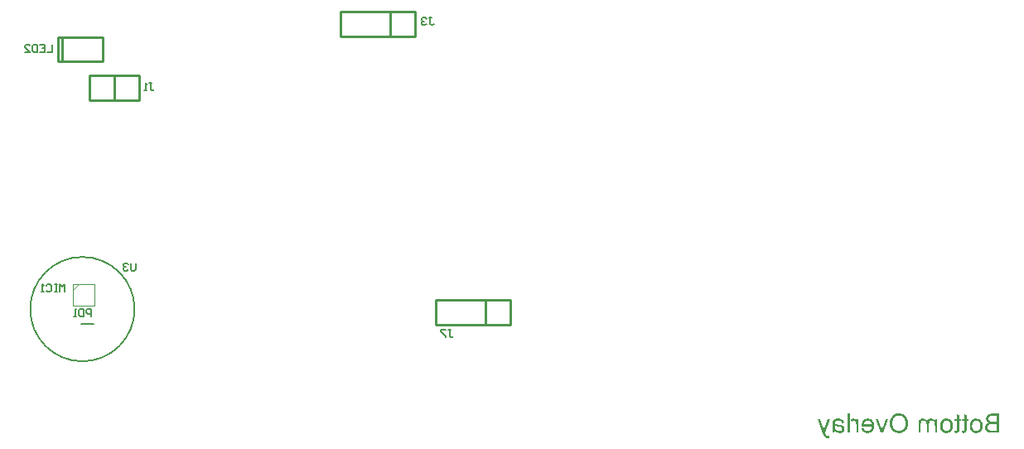
<source format=gbo>
%FSLAX25Y25*%
%MOIN*%
G70*
G01*
G75*
G04 Layer_Color=32896*
%ADD10R,0.02362X0.03543*%
%ADD11R,0.03543X0.02362*%
%ADD12R,0.03937X0.04331*%
%ADD13R,0.06299X0.13780*%
%ADD14R,0.05000X0.03600*%
%ADD15R,0.03600X0.03600*%
%ADD16R,0.06693X0.01750*%
%ADD17R,0.08661X0.05118*%
%ADD18R,0.06299X0.07874*%
%ADD19O,0.04921X0.01772*%
%ADD20R,0.06102X0.01378*%
%ADD21C,0.01000*%
%ADD22C,0.00800*%
%ADD23C,0.02500*%
%ADD24C,0.02000*%
%ADD25C,0.08000*%
%ADD26C,0.07000*%
%ADD27C,0.10000*%
%ADD28R,0.07000X0.07000*%
%ADD29C,0.04724*%
%ADD30C,0.05906*%
%ADD31R,0.07000X0.07000*%
%ADD32C,0.08661*%
%ADD33C,0.07874*%
G04:AMPARAMS|DCode=34|XSize=118.11mil|YSize=39.37mil|CornerRadius=19.69mil|HoleSize=0mil|Usage=FLASHONLY|Rotation=0.000|XOffset=0mil|YOffset=0mil|HoleType=Round|Shape=RoundedRectangle|*
%AMROUNDEDRECTD34*
21,1,0.11811,0.00000,0,0,0.0*
21,1,0.07874,0.03937,0,0,0.0*
1,1,0.03937,0.03937,0.00000*
1,1,0.03937,-0.03937,0.00000*
1,1,0.03937,-0.03937,0.00000*
1,1,0.03937,0.03937,0.00000*
%
%ADD34ROUNDEDRECTD34*%
%ADD35O,0.15748X0.03937*%
G04:AMPARAMS|DCode=36|XSize=118.11mil|YSize=39.37mil|CornerRadius=19.69mil|HoleSize=0mil|Usage=FLASHONLY|Rotation=90.000|XOffset=0mil|YOffset=0mil|HoleType=Round|Shape=RoundedRectangle|*
%AMROUNDEDRECTD36*
21,1,0.11811,0.00000,0,0,90.0*
21,1,0.07874,0.03937,0,0,90.0*
1,1,0.03937,0.00000,0.03937*
1,1,0.03937,0.00000,-0.03937*
1,1,0.03937,0.00000,-0.03937*
1,1,0.03937,0.00000,0.03937*
%
%ADD36ROUNDEDRECTD36*%
%ADD37C,0.05512*%
%ADD38C,0.17716*%
%ADD39C,0.07874*%
%ADD40C,0.03937*%
%ADD41C,0.03150*%
%ADD42R,0.05118X0.05906*%
%ADD43R,0.05315X0.02953*%
%ADD44C,0.01200*%
%ADD45C,0.00787*%
%ADD46C,0.01500*%
%ADD47C,0.00394*%
%ADD48C,0.00700*%
%ADD49C,0.00591*%
%ADD50R,0.03162X0.04343*%
%ADD51R,0.04343X0.03162*%
%ADD52R,0.04737X0.05131*%
%ADD53R,0.07099X0.14579*%
%ADD54R,0.05800X0.04400*%
%ADD55R,0.04400X0.04400*%
%ADD56R,0.07493X0.02550*%
%ADD57R,0.09461X0.05918*%
%ADD58R,0.07099X0.08674*%
%ADD59O,0.05721X0.02572*%
%ADD60R,0.06902X0.02178*%
%ADD61C,0.08800*%
%ADD62C,0.07800*%
%ADD63C,0.10800*%
%ADD64R,0.07800X0.07800*%
%ADD65C,0.05524*%
%ADD66C,0.06706*%
%ADD67R,0.07800X0.07800*%
%ADD68C,0.09461*%
%ADD69C,0.08674*%
G04:AMPARAMS|DCode=70|XSize=126.11mil|YSize=47.37mil|CornerRadius=23.69mil|HoleSize=0mil|Usage=FLASHONLY|Rotation=0.000|XOffset=0mil|YOffset=0mil|HoleType=Round|Shape=RoundedRectangle|*
%AMROUNDEDRECTD70*
21,1,0.12611,0.00000,0,0,0.0*
21,1,0.07874,0.04737,0,0,0.0*
1,1,0.04737,0.03937,0.00000*
1,1,0.04737,-0.03937,0.00000*
1,1,0.04737,-0.03937,0.00000*
1,1,0.04737,0.03937,0.00000*
%
%ADD70ROUNDEDRECTD70*%
%ADD71O,0.16548X0.04737*%
G04:AMPARAMS|DCode=72|XSize=126.11mil|YSize=47.37mil|CornerRadius=23.69mil|HoleSize=0mil|Usage=FLASHONLY|Rotation=90.000|XOffset=0mil|YOffset=0mil|HoleType=Round|Shape=RoundedRectangle|*
%AMROUNDEDRECTD72*
21,1,0.12611,0.00000,0,0,90.0*
21,1,0.07874,0.04737,0,0,90.0*
1,1,0.04737,0.00000,0.03937*
1,1,0.04737,0.00000,-0.03937*
1,1,0.04737,0.00000,-0.03937*
1,1,0.04737,0.00000,0.03937*
%
%ADD72ROUNDEDRECTD72*%
%ADD73C,0.06312*%
%ADD74C,0.18517*%
%ADD75C,0.13874*%
%ADD76C,0.04737*%
%ADD77R,0.05918X0.06706*%
%ADD78R,0.06115X0.03753*%
%ADD79C,0.00965*%
G36*
X365744Y-12223D02*
X364800D01*
Y-4535D01*
X365744D01*
Y-12223D01*
D02*
G37*
G36*
X409762Y-5268D02*
Y-6646D01*
X410462D01*
Y-7379D01*
X409762D01*
Y-10601D01*
Y-10756D01*
Y-10890D01*
X409751Y-11012D01*
X409740Y-11134D01*
Y-11234D01*
X409729Y-11323D01*
X409707Y-11467D01*
X409684Y-11579D01*
X409673Y-11656D01*
X409651Y-11701D01*
Y-11712D01*
X409607Y-11812D01*
X409540Y-11890D01*
X409473Y-11967D01*
X409418Y-12023D01*
X409351Y-12078D01*
X409307Y-12112D01*
X409273Y-12134D01*
X409262Y-12145D01*
X409140Y-12201D01*
X409018Y-12234D01*
X408884Y-12267D01*
X408751Y-12278D01*
X408640Y-12290D01*
X408551Y-12301D01*
X408462D01*
X408218Y-12290D01*
X408096Y-12278D01*
X407985Y-12256D01*
X407885Y-12245D01*
X407807Y-12234D01*
X407762Y-12223D01*
X407740D01*
X407862Y-11390D01*
X407951Y-11401D01*
X408040Y-11412D01*
X408118D01*
X408173Y-11423D01*
X408285D01*
X408429Y-11412D01*
X408529Y-11390D01*
X408584Y-11367D01*
X408607Y-11356D01*
X408684Y-11301D01*
X408729Y-11245D01*
X408762Y-11201D01*
X408773Y-11179D01*
X408784Y-11123D01*
X408796Y-11045D01*
X408807Y-10867D01*
X408818Y-10790D01*
Y-10723D01*
Y-10678D01*
Y-10656D01*
Y-7379D01*
X407862D01*
Y-6646D01*
X408818D01*
Y-4701D01*
X409762Y-5268D01*
D02*
G37*
G36*
X412751D02*
Y-6646D01*
X413451D01*
Y-7379D01*
X412751D01*
Y-10601D01*
Y-10756D01*
Y-10890D01*
X412740Y-11012D01*
X412729Y-11134D01*
Y-11234D01*
X412717Y-11323D01*
X412695Y-11467D01*
X412673Y-11579D01*
X412662Y-11656D01*
X412640Y-11701D01*
Y-11712D01*
X412595Y-11812D01*
X412529Y-11890D01*
X412462Y-11967D01*
X412406Y-12023D01*
X412340Y-12078D01*
X412295Y-12112D01*
X412262Y-12134D01*
X412251Y-12145D01*
X412129Y-12201D01*
X412006Y-12234D01*
X411873Y-12267D01*
X411740Y-12278D01*
X411629Y-12290D01*
X411540Y-12301D01*
X411451D01*
X411206Y-12290D01*
X411084Y-12278D01*
X410973Y-12256D01*
X410873Y-12245D01*
X410795Y-12234D01*
X410751Y-12223D01*
X410729D01*
X410851Y-11390D01*
X410940Y-11401D01*
X411029Y-11412D01*
X411106D01*
X411162Y-11423D01*
X411273D01*
X411418Y-11412D01*
X411518Y-11390D01*
X411573Y-11367D01*
X411595Y-11356D01*
X411673Y-11301D01*
X411718Y-11245D01*
X411751Y-11201D01*
X411762Y-11179D01*
X411773Y-11123D01*
X411784Y-11045D01*
X411795Y-10867D01*
X411806Y-10790D01*
Y-10723D01*
Y-10678D01*
Y-10656D01*
Y-7379D01*
X410851D01*
Y-6646D01*
X411806D01*
Y-4701D01*
X412751Y-5268D01*
D02*
G37*
G36*
X373210Y-6534D02*
X373410Y-6557D01*
X373599Y-6590D01*
X373777Y-6646D01*
X373943Y-6701D01*
X374099Y-6768D01*
X374243Y-6835D01*
X374366Y-6912D01*
X374488Y-6979D01*
X374588Y-7057D01*
X374677Y-7123D01*
X374743Y-7179D01*
X374799Y-7234D01*
X374843Y-7268D01*
X374866Y-7290D01*
X374877Y-7301D01*
X374999Y-7457D01*
X375110Y-7623D01*
X375210Y-7790D01*
X375299Y-7968D01*
X375366Y-8157D01*
X375421Y-8334D01*
X375510Y-8690D01*
X375543Y-8845D01*
X375566Y-9001D01*
X375577Y-9134D01*
X375588Y-9257D01*
X375599Y-9357D01*
Y-9423D01*
Y-9479D01*
Y-9490D01*
X375588Y-9734D01*
X375566Y-9967D01*
X375532Y-10190D01*
X375488Y-10390D01*
X375432Y-10579D01*
X375377Y-10756D01*
X375310Y-10912D01*
X375243Y-11056D01*
X375177Y-11179D01*
X375110Y-11290D01*
X375055Y-11378D01*
X374999Y-11456D01*
X374955Y-11523D01*
X374921Y-11567D01*
X374899Y-11590D01*
X374888Y-11601D01*
X374743Y-11734D01*
X374599Y-11845D01*
X374444Y-11945D01*
X374277Y-12034D01*
X374121Y-12101D01*
X373955Y-12167D01*
X373644Y-12256D01*
X373499Y-12278D01*
X373366Y-12301D01*
X373244Y-12323D01*
X373144Y-12334D01*
X373066Y-12345D01*
X372944D01*
X372599Y-12323D01*
X372288Y-12267D01*
X372010Y-12201D01*
X371899Y-12156D01*
X371788Y-12112D01*
X371688Y-12067D01*
X371599Y-12023D01*
X371533Y-11989D01*
X371466Y-11956D01*
X371422Y-11923D01*
X371388Y-11901D01*
X371366Y-11878D01*
X371355D01*
X371133Y-11678D01*
X370955Y-11467D01*
X370799Y-11245D01*
X370688Y-11034D01*
X370599Y-10845D01*
X370566Y-10756D01*
X370533Y-10690D01*
X370511Y-10623D01*
X370499Y-10579D01*
X370488Y-10556D01*
Y-10545D01*
X371466Y-10423D01*
X371555Y-10634D01*
X371655Y-10812D01*
X371755Y-10967D01*
X371844Y-11090D01*
X371921Y-11179D01*
X371988Y-11245D01*
X372044Y-11290D01*
X372055Y-11301D01*
X372199Y-11390D01*
X372344Y-11456D01*
X372499Y-11501D01*
X372633Y-11534D01*
X372755Y-11556D01*
X372855Y-11567D01*
X372944D01*
X373077Y-11556D01*
X373199Y-11545D01*
X373421Y-11490D01*
X373621Y-11412D01*
X373799Y-11323D01*
X373932Y-11245D01*
X374032Y-11167D01*
X374099Y-11112D01*
X374110Y-11090D01*
X374121D01*
X374277Y-10890D01*
X374399Y-10667D01*
X374488Y-10423D01*
X374555Y-10201D01*
X374588Y-10001D01*
X374610Y-9912D01*
X374621Y-9834D01*
Y-9768D01*
X374632Y-9723D01*
Y-9690D01*
Y-9679D01*
X370466D01*
X370455Y-9567D01*
Y-9490D01*
Y-9445D01*
Y-9434D01*
X370466Y-9179D01*
X370488Y-8945D01*
X370522Y-8723D01*
X370566Y-8512D01*
X370622Y-8323D01*
X370677Y-8145D01*
X370744Y-7990D01*
X370811Y-7846D01*
X370877Y-7712D01*
X370944Y-7601D01*
X370999Y-7512D01*
X371055Y-7434D01*
X371099Y-7368D01*
X371133Y-7323D01*
X371155Y-7301D01*
X371166Y-7290D01*
X371299Y-7157D01*
X371444Y-7034D01*
X371599Y-6934D01*
X371755Y-6846D01*
X371910Y-6768D01*
X372055Y-6712D01*
X372210Y-6657D01*
X372344Y-6623D01*
X372488Y-6590D01*
X372610Y-6568D01*
X372721Y-6546D01*
X372810Y-6534D01*
X372888Y-6523D01*
X372999D01*
X373210Y-6534D01*
D02*
G37*
G36*
X425972Y-12223D02*
X423039D01*
X422772Y-12212D01*
X422539Y-12201D01*
X422328Y-12178D01*
X422150Y-12156D01*
X422005Y-12134D01*
X421894Y-12123D01*
X421828Y-12101D01*
X421805D01*
X421617Y-12045D01*
X421461Y-11989D01*
X421317Y-11923D01*
X421194Y-11856D01*
X421094Y-11812D01*
X421017Y-11767D01*
X420972Y-11734D01*
X420961Y-11723D01*
X420839Y-11623D01*
X420728Y-11501D01*
X420639Y-11378D01*
X420550Y-11267D01*
X420483Y-11156D01*
X420439Y-11079D01*
X420406Y-11023D01*
X420394Y-11001D01*
X420317Y-10823D01*
X420261Y-10645D01*
X420217Y-10479D01*
X420194Y-10323D01*
X420172Y-10190D01*
X420161Y-10079D01*
Y-10012D01*
Y-10001D01*
Y-9990D01*
X420172Y-9745D01*
X420217Y-9523D01*
X420283Y-9334D01*
X420350Y-9156D01*
X420417Y-9023D01*
X420483Y-8923D01*
X420528Y-8856D01*
X420539Y-8834D01*
X420694Y-8657D01*
X420861Y-8512D01*
X421050Y-8390D01*
X421217Y-8290D01*
X421372Y-8212D01*
X421505Y-8168D01*
X421550Y-8145D01*
X421583Y-8134D01*
X421605Y-8123D01*
X421617D01*
X421428Y-8012D01*
X421261Y-7901D01*
X421128Y-7779D01*
X421017Y-7668D01*
X420928Y-7579D01*
X420861Y-7490D01*
X420828Y-7446D01*
X420817Y-7423D01*
X420728Y-7257D01*
X420661Y-7101D01*
X420606Y-6946D01*
X420572Y-6801D01*
X420550Y-6679D01*
X420539Y-6579D01*
Y-6523D01*
Y-6501D01*
X420550Y-6312D01*
X420583Y-6123D01*
X420639Y-5957D01*
X420694Y-5801D01*
X420750Y-5668D01*
X420806Y-5579D01*
X420839Y-5512D01*
X420850Y-5490D01*
X420972Y-5324D01*
X421105Y-5168D01*
X421250Y-5046D01*
X421383Y-4946D01*
X421494Y-4868D01*
X421594Y-4812D01*
X421661Y-4779D01*
X421672Y-4768D01*
X421683D01*
X421894Y-4690D01*
X422128Y-4635D01*
X422361Y-4590D01*
X422583Y-4568D01*
X422783Y-4546D01*
X422872D01*
X422950Y-4535D01*
X425972D01*
Y-12223D01*
D02*
G37*
G36*
X367377Y-6534D02*
X367489Y-6557D01*
X367600Y-6590D01*
X367689Y-6623D01*
X367755Y-6657D01*
X367822Y-6690D01*
X367855Y-6712D01*
X367866Y-6723D01*
X367966Y-6812D01*
X368066Y-6923D01*
X368166Y-7057D01*
X368255Y-7179D01*
X368344Y-7301D01*
X368400Y-7401D01*
X368444Y-7479D01*
X368455Y-7490D01*
Y-6646D01*
X369311D01*
Y-12223D01*
X368366D01*
Y-9312D01*
X368355Y-9090D01*
X368344Y-8890D01*
X368322Y-8701D01*
X368288Y-8534D01*
X368255Y-8401D01*
X368233Y-8301D01*
X368222Y-8234D01*
X368211Y-8212D01*
X368166Y-8090D01*
X368111Y-7990D01*
X368055Y-7901D01*
X368000Y-7823D01*
X367944Y-7768D01*
X367911Y-7723D01*
X367878Y-7701D01*
X367866Y-7690D01*
X367777Y-7623D01*
X367677Y-7579D01*
X367578Y-7546D01*
X367500Y-7523D01*
X367422Y-7512D01*
X367366Y-7501D01*
X367311D01*
X367189Y-7512D01*
X367066Y-7534D01*
X366944Y-7568D01*
X366844Y-7601D01*
X366755Y-7634D01*
X366689Y-7668D01*
X366644Y-7690D01*
X366633Y-7701D01*
X366289Y-6835D01*
X366478Y-6735D01*
X366655Y-6657D01*
X366811Y-6601D01*
X366955Y-6557D01*
X367078Y-6534D01*
X367178Y-6523D01*
X367255D01*
X367377Y-6534D01*
D02*
G37*
G36*
X416817D02*
X416995Y-6546D01*
X417339Y-6623D01*
X417639Y-6723D01*
X417772Y-6779D01*
X417895Y-6835D01*
X418006Y-6890D01*
X418095Y-6946D01*
X418184Y-7001D01*
X418250Y-7046D01*
X418306Y-7090D01*
X418350Y-7123D01*
X418372Y-7135D01*
X418384Y-7146D01*
X418539Y-7290D01*
X418661Y-7457D01*
X418784Y-7634D01*
X418872Y-7812D01*
X418961Y-8001D01*
X419028Y-8201D01*
X419083Y-8390D01*
X419128Y-8568D01*
X419172Y-8745D01*
X419195Y-8901D01*
X419217Y-9057D01*
X419228Y-9179D01*
Y-9290D01*
X419239Y-9368D01*
Y-9412D01*
Y-9434D01*
X419228Y-9690D01*
X419206Y-9934D01*
X419172Y-10156D01*
X419128Y-10368D01*
X419072Y-10556D01*
X419017Y-10734D01*
X418950Y-10901D01*
X418884Y-11045D01*
X418817Y-11179D01*
X418750Y-11290D01*
X418695Y-11378D01*
X418639Y-11456D01*
X418595Y-11523D01*
X418561Y-11567D01*
X418539Y-11590D01*
X418528Y-11601D01*
X418384Y-11734D01*
X418239Y-11845D01*
X418084Y-11945D01*
X417928Y-12034D01*
X417772Y-12101D01*
X417606Y-12167D01*
X417306Y-12256D01*
X417172Y-12278D01*
X417039Y-12301D01*
X416928Y-12323D01*
X416828Y-12334D01*
X416739Y-12345D01*
X416628D01*
X416362Y-12334D01*
X416117Y-12290D01*
X415884Y-12234D01*
X415695Y-12178D01*
X415528Y-12112D01*
X415462Y-12089D01*
X415406Y-12067D01*
X415350Y-12045D01*
X415317Y-12023D01*
X415306Y-12012D01*
X415295D01*
X415073Y-11867D01*
X414884Y-11712D01*
X414717Y-11556D01*
X414584Y-11401D01*
X414484Y-11267D01*
X414406Y-11156D01*
X414384Y-11112D01*
X414362Y-11079D01*
X414351Y-11067D01*
Y-11056D01*
X414240Y-10801D01*
X414162Y-10523D01*
X414095Y-10245D01*
X414062Y-9967D01*
X414040Y-9845D01*
Y-9734D01*
X414028Y-9623D01*
X414017Y-9534D01*
Y-9456D01*
Y-9401D01*
Y-9368D01*
Y-9357D01*
X414028Y-9112D01*
X414051Y-8890D01*
X414084Y-8679D01*
X414128Y-8479D01*
X414184Y-8290D01*
X414251Y-8123D01*
X414317Y-7957D01*
X414384Y-7823D01*
X414451Y-7701D01*
X414517Y-7590D01*
X414584Y-7490D01*
X414640Y-7412D01*
X414684Y-7357D01*
X414717Y-7312D01*
X414740Y-7290D01*
X414751Y-7279D01*
X414895Y-7146D01*
X415039Y-7034D01*
X415195Y-6923D01*
X415350Y-6846D01*
X415506Y-6768D01*
X415662Y-6712D01*
X415962Y-6612D01*
X416106Y-6590D01*
X416228Y-6568D01*
X416339Y-6546D01*
X416439Y-6534D01*
X416517Y-6523D01*
X416628D01*
X416817Y-6534D01*
D02*
G37*
G36*
X361245D02*
X361478Y-6557D01*
X361700Y-6590D01*
X361878Y-6623D01*
X362034Y-6657D01*
X362145Y-6690D01*
X362189Y-6701D01*
X362223Y-6712D01*
X362234Y-6723D01*
X362245D01*
X362434Y-6801D01*
X362600Y-6901D01*
X362745Y-6990D01*
X362867Y-7079D01*
X362956Y-7168D01*
X363022Y-7234D01*
X363067Y-7279D01*
X363078Y-7290D01*
X363178Y-7434D01*
X363267Y-7590D01*
X363334Y-7745D01*
X363389Y-7890D01*
X363434Y-8034D01*
X363467Y-8134D01*
X363478Y-8179D01*
Y-8212D01*
X363489Y-8223D01*
Y-8234D01*
X362567Y-8357D01*
X362500Y-8157D01*
X362434Y-7979D01*
X362356Y-7834D01*
X362289Y-7723D01*
X362223Y-7634D01*
X362167Y-7579D01*
X362123Y-7546D01*
X362111Y-7534D01*
X361978Y-7457D01*
X361823Y-7401D01*
X361656Y-7357D01*
X361500Y-7334D01*
X361345Y-7312D01*
X361234Y-7301D01*
X361123D01*
X360867Y-7312D01*
X360645Y-7346D01*
X360467Y-7401D01*
X360312Y-7457D01*
X360201Y-7523D01*
X360112Y-7568D01*
X360056Y-7612D01*
X360045Y-7623D01*
X359956Y-7723D01*
X359889Y-7846D01*
X359834Y-7979D01*
X359801Y-8112D01*
X359778Y-8234D01*
X359767Y-8345D01*
Y-8412D01*
Y-8423D01*
Y-8434D01*
Y-8457D01*
Y-8501D01*
Y-8579D01*
X359778Y-8645D01*
Y-8668D01*
Y-8679D01*
X359889Y-8712D01*
X360012Y-8745D01*
X360267Y-8812D01*
X360556Y-8868D01*
X360823Y-8923D01*
X360956Y-8945D01*
X361078Y-8957D01*
X361189Y-8979D01*
X361278Y-8990D01*
X361356Y-9001D01*
X361411D01*
X361456Y-9012D01*
X361467D01*
X361667Y-9034D01*
X361834Y-9068D01*
X361978Y-9090D01*
X362089Y-9112D01*
X362178Y-9123D01*
X362245Y-9145D01*
X362289Y-9156D01*
X362300D01*
X362445Y-9201D01*
X362567Y-9245D01*
X362689Y-9301D01*
X362789Y-9345D01*
X362878Y-9390D01*
X362933Y-9434D01*
X362978Y-9456D01*
X362989Y-9468D01*
X363100Y-9545D01*
X363189Y-9634D01*
X363278Y-9723D01*
X363345Y-9812D01*
X363400Y-9890D01*
X363445Y-9956D01*
X363467Y-10001D01*
X363478Y-10012D01*
X363533Y-10134D01*
X363578Y-10267D01*
X363611Y-10390D01*
X363633Y-10512D01*
X363645Y-10612D01*
X363656Y-10690D01*
Y-10734D01*
Y-10756D01*
X363645Y-10890D01*
X363633Y-11001D01*
X363578Y-11234D01*
X363500Y-11423D01*
X363411Y-11590D01*
X363322Y-11723D01*
X363245Y-11823D01*
X363189Y-11878D01*
X363167Y-11901D01*
X362967Y-12045D01*
X362745Y-12156D01*
X362500Y-12234D01*
X362278Y-12290D01*
X362078Y-12323D01*
X361989Y-12334D01*
X361911D01*
X361845Y-12345D01*
X361756D01*
X361556Y-12334D01*
X361356Y-12312D01*
X361178Y-12290D01*
X361023Y-12256D01*
X360900Y-12223D01*
X360800Y-12190D01*
X360734Y-12178D01*
X360712Y-12167D01*
X360523Y-12089D01*
X360345Y-11989D01*
X360178Y-11878D01*
X360012Y-11778D01*
X359878Y-11678D01*
X359778Y-11601D01*
X359712Y-11545D01*
X359700Y-11523D01*
X359689D01*
X359667Y-11667D01*
X359645Y-11801D01*
X359623Y-11923D01*
X359589Y-12023D01*
X359556Y-12112D01*
X359534Y-12167D01*
X359523Y-12212D01*
X359512Y-12223D01*
X358523D01*
X358578Y-12101D01*
X358634Y-11978D01*
X358678Y-11867D01*
X358701Y-11767D01*
X358734Y-11678D01*
X358745Y-11612D01*
X358756Y-11567D01*
Y-11556D01*
X358767Y-11479D01*
X358778Y-11378D01*
Y-11267D01*
X358789Y-11145D01*
X358801Y-10867D01*
Y-10590D01*
X358812Y-10323D01*
Y-10201D01*
Y-10101D01*
Y-10012D01*
Y-9945D01*
Y-9901D01*
Y-9890D01*
Y-8623D01*
Y-8412D01*
X358823Y-8223D01*
X358834Y-8079D01*
Y-7957D01*
X358845Y-7868D01*
X358856Y-7801D01*
X358867Y-7768D01*
Y-7757D01*
X358901Y-7612D01*
X358945Y-7490D01*
X358990Y-7390D01*
X359045Y-7290D01*
X359089Y-7223D01*
X359123Y-7168D01*
X359145Y-7135D01*
X359156Y-7123D01*
X359245Y-7034D01*
X359345Y-6946D01*
X359456Y-6879D01*
X359567Y-6812D01*
X359667Y-6768D01*
X359745Y-6735D01*
X359801Y-6712D01*
X359823Y-6701D01*
X360000Y-6646D01*
X360189Y-6601D01*
X360378Y-6568D01*
X360567Y-6546D01*
X360734Y-6534D01*
X360856Y-6523D01*
X360978D01*
X361245Y-6534D01*
D02*
G37*
G36*
X385820Y-4412D02*
X386098Y-4446D01*
X386365Y-4501D01*
X386620Y-4568D01*
X386853Y-4657D01*
X387076Y-4746D01*
X387276Y-4846D01*
X387453Y-4946D01*
X387620Y-5046D01*
X387764Y-5146D01*
X387887Y-5235D01*
X387987Y-5324D01*
X388064Y-5390D01*
X388131Y-5446D01*
X388164Y-5479D01*
X388175Y-5490D01*
X388353Y-5701D01*
X388509Y-5923D01*
X388653Y-6168D01*
X388764Y-6412D01*
X388864Y-6668D01*
X388953Y-6912D01*
X389020Y-7157D01*
X389064Y-7390D01*
X389109Y-7612D01*
X389142Y-7823D01*
X389164Y-8012D01*
X389187Y-8168D01*
Y-8301D01*
X389198Y-8401D01*
Y-8468D01*
Y-8479D01*
Y-8490D01*
X389175Y-8868D01*
X389131Y-9212D01*
X389064Y-9545D01*
X389020Y-9690D01*
X388975Y-9834D01*
X388942Y-9956D01*
X388898Y-10068D01*
X388864Y-10167D01*
X388831Y-10256D01*
X388809Y-10323D01*
X388787Y-10368D01*
X388764Y-10401D01*
Y-10412D01*
X388575Y-10734D01*
X388375Y-11012D01*
X388153Y-11256D01*
X387942Y-11456D01*
X387753Y-11623D01*
X387675Y-11690D01*
X387609Y-11734D01*
X387542Y-11778D01*
X387498Y-11812D01*
X387475Y-11823D01*
X387464Y-11834D01*
X387298Y-11923D01*
X387131Y-12001D01*
X386798Y-12134D01*
X386476Y-12223D01*
X386176Y-12290D01*
X386031Y-12312D01*
X385909Y-12323D01*
X385798Y-12345D01*
X385698D01*
X385631Y-12356D01*
X385520D01*
X385154Y-12334D01*
X384809Y-12278D01*
X384487Y-12212D01*
X384343Y-12167D01*
X384209Y-12123D01*
X384087Y-12078D01*
X383976Y-12034D01*
X383887Y-12001D01*
X383809Y-11967D01*
X383742Y-11934D01*
X383687Y-11912D01*
X383665Y-11890D01*
X383654D01*
X383343Y-11690D01*
X383076Y-11467D01*
X382854Y-11234D01*
X382665Y-11012D01*
X382509Y-10801D01*
X382454Y-10723D01*
X382409Y-10645D01*
X382365Y-10579D01*
X382343Y-10534D01*
X382320Y-10501D01*
Y-10490D01*
X382232Y-10312D01*
X382165Y-10134D01*
X382043Y-9779D01*
X381954Y-9423D01*
X381898Y-9101D01*
X381887Y-8957D01*
X381865Y-8823D01*
X381854Y-8701D01*
Y-8601D01*
X381843Y-8512D01*
Y-8457D01*
Y-8412D01*
Y-8401D01*
X381865Y-7979D01*
X381909Y-7590D01*
X381943Y-7412D01*
X381987Y-7234D01*
X382032Y-7079D01*
X382065Y-6934D01*
X382109Y-6801D01*
X382154Y-6679D01*
X382187Y-6579D01*
X382232Y-6490D01*
X382254Y-6423D01*
X382276Y-6379D01*
X382298Y-6346D01*
Y-6335D01*
X382476Y-6012D01*
X382687Y-5723D01*
X382909Y-5479D01*
X383109Y-5279D01*
X383298Y-5124D01*
X383387Y-5057D01*
X383454Y-5001D01*
X383520Y-4968D01*
X383565Y-4935D01*
X383587Y-4924D01*
X383598Y-4913D01*
X383765Y-4824D01*
X383931Y-4746D01*
X384254Y-4612D01*
X384587Y-4524D01*
X384876Y-4468D01*
X385009Y-4446D01*
X385142Y-4424D01*
X385242Y-4412D01*
X385342D01*
X385420Y-4401D01*
X385520D01*
X385820Y-4412D01*
D02*
G37*
G36*
X398630Y-6534D02*
X398819Y-6568D01*
X398986Y-6601D01*
X399130Y-6646D01*
X399252Y-6701D01*
X399341Y-6735D01*
X399396Y-6768D01*
X399419Y-6779D01*
X399574Y-6879D01*
X399708Y-6990D01*
X399830Y-7101D01*
X399930Y-7212D01*
X400008Y-7301D01*
X400074Y-7379D01*
X400108Y-7423D01*
X400119Y-7446D01*
Y-6646D01*
X400963D01*
Y-12223D01*
X400019D01*
Y-9334D01*
X400008Y-9068D01*
X399996Y-8834D01*
X399974Y-8634D01*
X399941Y-8468D01*
X399908Y-8345D01*
X399885Y-8257D01*
X399874Y-8201D01*
X399863Y-8179D01*
X399797Y-8034D01*
X399719Y-7912D01*
X399641Y-7801D01*
X399563Y-7712D01*
X399485Y-7645D01*
X399430Y-7601D01*
X399385Y-7568D01*
X399374Y-7557D01*
X399241Y-7490D01*
X399119Y-7434D01*
X398986Y-7401D01*
X398874Y-7368D01*
X398785Y-7357D01*
X398708Y-7346D01*
X398641D01*
X398452Y-7357D01*
X398297Y-7390D01*
X398163Y-7446D01*
X398063Y-7501D01*
X397986Y-7568D01*
X397930Y-7612D01*
X397897Y-7657D01*
X397886Y-7668D01*
X397808Y-7801D01*
X397752Y-7946D01*
X397708Y-8101D01*
X397686Y-8257D01*
X397663Y-8390D01*
X397652Y-8512D01*
Y-8557D01*
Y-8579D01*
Y-8601D01*
Y-8612D01*
Y-12223D01*
X396708D01*
Y-8990D01*
X396686Y-8690D01*
X396641Y-8434D01*
X396586Y-8223D01*
X396508Y-8045D01*
X396441Y-7912D01*
X396375Y-7823D01*
X396330Y-7768D01*
X396319Y-7745D01*
X396164Y-7612D01*
X395997Y-7512D01*
X395830Y-7446D01*
X395675Y-7390D01*
X395541Y-7368D01*
X395430Y-7357D01*
X395386Y-7346D01*
X395330D01*
X395208Y-7357D01*
X395108Y-7368D01*
X395008Y-7390D01*
X394930Y-7423D01*
X394853Y-7457D01*
X394808Y-7479D01*
X394775Y-7490D01*
X394764Y-7501D01*
X394675Y-7568D01*
X394608Y-7634D01*
X394553Y-7701D01*
X394508Y-7768D01*
X394475Y-7823D01*
X394453Y-7868D01*
X394430Y-7901D01*
Y-7912D01*
X394397Y-8012D01*
X394375Y-8145D01*
X394364Y-8279D01*
X394353Y-8412D01*
X394341Y-8534D01*
Y-8634D01*
Y-8701D01*
Y-8712D01*
Y-8723D01*
Y-12223D01*
X393397D01*
Y-8401D01*
Y-8223D01*
X393419Y-8068D01*
X393442Y-7912D01*
X393464Y-7779D01*
X393497Y-7645D01*
X393542Y-7534D01*
X393575Y-7434D01*
X393619Y-7334D01*
X393664Y-7257D01*
X393697Y-7179D01*
X393775Y-7079D01*
X393819Y-7012D01*
X393842Y-6990D01*
X394019Y-6835D01*
X394230Y-6723D01*
X394442Y-6634D01*
X394641Y-6579D01*
X394830Y-6546D01*
X394908Y-6534D01*
X394986D01*
X395041Y-6523D01*
X395119D01*
X395319Y-6534D01*
X395497Y-6568D01*
X395675Y-6612D01*
X395841Y-6679D01*
X395997Y-6757D01*
X396141Y-6835D01*
X396264Y-6923D01*
X396386Y-7012D01*
X396497Y-7112D01*
X396586Y-7201D01*
X396663Y-7279D01*
X396730Y-7357D01*
X396786Y-7423D01*
X396819Y-7468D01*
X396841Y-7501D01*
X396852Y-7512D01*
X396919Y-7346D01*
X397008Y-7201D01*
X397108Y-7079D01*
X397197Y-6979D01*
X397286Y-6890D01*
X397352Y-6835D01*
X397397Y-6801D01*
X397419Y-6790D01*
X397574Y-6701D01*
X397741Y-6634D01*
X397908Y-6590D01*
X398074Y-6557D01*
X398208Y-6534D01*
X398330Y-6523D01*
X398430D01*
X398630Y-6534D01*
D02*
G37*
G36*
X355790Y-12223D02*
X355834Y-12323D01*
X355856Y-12401D01*
X355879Y-12445D01*
Y-12456D01*
X355945Y-12645D01*
X356012Y-12801D01*
X356056Y-12934D01*
X356101Y-13023D01*
X356123Y-13089D01*
X356145Y-13134D01*
X356168Y-13156D01*
Y-13167D01*
X356256Y-13289D01*
X356356Y-13378D01*
X356401Y-13412D01*
X356434Y-13434D01*
X356456Y-13456D01*
X356468D01*
X356545Y-13489D01*
X356623Y-13523D01*
X356790Y-13556D01*
X356856D01*
X356912Y-13567D01*
X356967D01*
X357145Y-13556D01*
X357323Y-13523D01*
X357390Y-13500D01*
X357445Y-13489D01*
X357490Y-13478D01*
X357501D01*
X357401Y-14356D01*
X357278Y-14400D01*
X357167Y-14423D01*
X357067Y-14445D01*
X356979Y-14467D01*
X356901D01*
X356845Y-14478D01*
X356801D01*
X356634Y-14467D01*
X356490Y-14445D01*
X356356Y-14412D01*
X356245Y-14367D01*
X356145Y-14323D01*
X356079Y-14289D01*
X356034Y-14267D01*
X356023Y-14256D01*
X355901Y-14167D01*
X355801Y-14056D01*
X355701Y-13945D01*
X355612Y-13834D01*
X355545Y-13734D01*
X355490Y-13656D01*
X355456Y-13600D01*
X355445Y-13578D01*
X355412Y-13500D01*
X355368Y-13423D01*
X355279Y-13234D01*
X355190Y-13023D01*
X355112Y-12812D01*
X355034Y-12623D01*
X355001Y-12534D01*
X354968Y-12456D01*
X354945Y-12401D01*
X354923Y-12356D01*
X354912Y-12323D01*
Y-12312D01*
X352790Y-6646D01*
X353734D01*
X354934Y-9901D01*
X355023Y-10134D01*
X355090Y-10356D01*
X355168Y-10579D01*
X355223Y-10767D01*
X355268Y-10934D01*
X355290Y-11001D01*
X355301Y-11056D01*
X355312Y-11101D01*
X355323Y-11134D01*
X355334Y-11156D01*
Y-11167D01*
X355401Y-10912D01*
X355468Y-10678D01*
X355534Y-10456D01*
X355601Y-10267D01*
X355657Y-10112D01*
X355679Y-10045D01*
X355701Y-9990D01*
X355712Y-9934D01*
X355723Y-9901D01*
X355734Y-9890D01*
Y-9879D01*
X356901Y-6646D01*
X357901D01*
X355790Y-12223D01*
D02*
G37*
G36*
X379143D02*
X378243D01*
X376121Y-6646D01*
X377099D01*
X378332Y-10056D01*
X378410Y-10279D01*
X378487Y-10479D01*
X378543Y-10667D01*
X378599Y-10812D01*
X378632Y-10945D01*
X378665Y-11034D01*
X378676Y-11090D01*
X378688Y-11112D01*
X378754Y-10901D01*
X378810Y-10690D01*
X378876Y-10501D01*
X378932Y-10334D01*
X378976Y-10190D01*
X379010Y-10079D01*
X379021Y-10045D01*
X379032Y-10012D01*
X379043Y-10001D01*
Y-9990D01*
X380243Y-6646D01*
X381243D01*
X379143Y-12223D01*
D02*
G37*
G36*
X404863Y-6534D02*
X405040Y-6546D01*
X405385Y-6623D01*
X405685Y-6723D01*
X405818Y-6779D01*
X405940Y-6835D01*
X406051Y-6890D01*
X406140Y-6946D01*
X406229Y-7001D01*
X406296Y-7046D01*
X406351Y-7090D01*
X406396Y-7123D01*
X406418Y-7135D01*
X406429Y-7146D01*
X406585Y-7290D01*
X406707Y-7457D01*
X406829Y-7634D01*
X406918Y-7812D01*
X407007Y-8001D01*
X407073Y-8201D01*
X407129Y-8390D01*
X407173Y-8568D01*
X407218Y-8745D01*
X407240Y-8901D01*
X407262Y-9057D01*
X407273Y-9179D01*
Y-9290D01*
X407285Y-9368D01*
Y-9412D01*
Y-9434D01*
X407273Y-9690D01*
X407251Y-9934D01*
X407218Y-10156D01*
X407173Y-10368D01*
X407118Y-10556D01*
X407062Y-10734D01*
X406996Y-10901D01*
X406929Y-11045D01*
X406862Y-11179D01*
X406796Y-11290D01*
X406740Y-11378D01*
X406685Y-11456D01*
X406640Y-11523D01*
X406607Y-11567D01*
X406585Y-11590D01*
X406574Y-11601D01*
X406429Y-11734D01*
X406285Y-11845D01*
X406129Y-11945D01*
X405974Y-12034D01*
X405818Y-12101D01*
X405652Y-12167D01*
X405351Y-12256D01*
X405218Y-12278D01*
X405085Y-12301D01*
X404974Y-12323D01*
X404874Y-12334D01*
X404785Y-12345D01*
X404674D01*
X404407Y-12334D01*
X404163Y-12290D01*
X403929Y-12234D01*
X403741Y-12178D01*
X403574Y-12112D01*
X403507Y-12089D01*
X403452Y-12067D01*
X403396Y-12045D01*
X403363Y-12023D01*
X403352Y-12012D01*
X403341D01*
X403118Y-11867D01*
X402929Y-11712D01*
X402763Y-11556D01*
X402630Y-11401D01*
X402530Y-11267D01*
X402452Y-11156D01*
X402430Y-11112D01*
X402407Y-11079D01*
X402396Y-11067D01*
Y-11056D01*
X402285Y-10801D01*
X402207Y-10523D01*
X402141Y-10245D01*
X402107Y-9967D01*
X402085Y-9845D01*
Y-9734D01*
X402074Y-9623D01*
X402063Y-9534D01*
Y-9456D01*
Y-9401D01*
Y-9368D01*
Y-9357D01*
X402074Y-9112D01*
X402096Y-8890D01*
X402130Y-8679D01*
X402174Y-8479D01*
X402230Y-8290D01*
X402296Y-8123D01*
X402363Y-7957D01*
X402430Y-7823D01*
X402496Y-7701D01*
X402563Y-7590D01*
X402630Y-7490D01*
X402685Y-7412D01*
X402730Y-7357D01*
X402763Y-7312D01*
X402785Y-7290D01*
X402796Y-7279D01*
X402941Y-7146D01*
X403085Y-7034D01*
X403241Y-6923D01*
X403396Y-6846D01*
X403552Y-6768D01*
X403707Y-6712D01*
X404007Y-6612D01*
X404152Y-6590D01*
X404274Y-6568D01*
X404385Y-6546D01*
X404485Y-6534D01*
X404563Y-6523D01*
X404674D01*
X404863Y-6534D01*
D02*
G37*
%LPC*%
G36*
X359778Y-9423D02*
X359767D01*
X359778Y-9779D01*
X359789Y-10001D01*
X359801Y-10190D01*
X359823Y-10345D01*
X359856Y-10479D01*
X359889Y-10579D01*
X359912Y-10656D01*
X359923Y-10701D01*
X359934Y-10712D01*
X360023Y-10856D01*
X360112Y-10990D01*
X360223Y-11101D01*
X360323Y-11190D01*
X360412Y-11267D01*
X360489Y-11323D01*
X360534Y-11356D01*
X360556Y-11367D01*
X360723Y-11445D01*
X360889Y-11501D01*
X361045Y-11545D01*
X361200Y-11567D01*
X361323Y-11590D01*
X361434Y-11601D01*
X361523D01*
X361722Y-11590D01*
X361889Y-11567D01*
X362034Y-11523D01*
X362156Y-11479D01*
X362245Y-11434D01*
X362311Y-11390D01*
X362356Y-11367D01*
X362367Y-11356D01*
X362456Y-11256D01*
X362522Y-11145D01*
X362578Y-11045D01*
X362611Y-10945D01*
X362634Y-10856D01*
X362645Y-10790D01*
Y-10734D01*
Y-10723D01*
X362634Y-10634D01*
X362622Y-10545D01*
X362600Y-10479D01*
X362578Y-10412D01*
X362556Y-10356D01*
X362545Y-10312D01*
X362522Y-10290D01*
Y-10279D01*
X362411Y-10145D01*
X362278Y-10056D01*
X362234Y-10023D01*
X362189Y-10001D01*
X362156Y-9979D01*
X362145D01*
X362034Y-9934D01*
X361911Y-9901D01*
X361778Y-9867D01*
X361645Y-9845D01*
X361523Y-9823D01*
X361411Y-9801D01*
X361345Y-9790D01*
X361323D01*
X361134Y-9756D01*
X360956Y-9734D01*
X360800Y-9701D01*
X360645Y-9668D01*
X360500Y-9634D01*
X360378Y-9601D01*
X360256Y-9579D01*
X360156Y-9545D01*
X360067Y-9523D01*
X359989Y-9501D01*
X359923Y-9479D01*
X359867Y-9456D01*
X359823Y-9445D01*
X359789Y-9434D01*
X359778Y-9423D01*
D02*
G37*
G36*
X424950Y-8668D02*
X422928D01*
X422694Y-8690D01*
X422505Y-8712D01*
X422350Y-8734D01*
X422228Y-8756D01*
X422128Y-8779D01*
X422083Y-8790D01*
X422061Y-8801D01*
X421916Y-8856D01*
X421794Y-8923D01*
X421683Y-9001D01*
X421594Y-9079D01*
X421528Y-9145D01*
X421483Y-9201D01*
X421450Y-9245D01*
X421439Y-9257D01*
X421361Y-9379D01*
X421306Y-9501D01*
X421261Y-9623D01*
X421239Y-9734D01*
X421217Y-9834D01*
X421206Y-9923D01*
Y-9967D01*
Y-9990D01*
X421217Y-10123D01*
X421228Y-10256D01*
X421250Y-10368D01*
X421283Y-10456D01*
X421317Y-10534D01*
X421339Y-10601D01*
X421350Y-10634D01*
X421361Y-10645D01*
X421428Y-10745D01*
X421483Y-10834D01*
X421561Y-10901D01*
X421617Y-10967D01*
X421672Y-11012D01*
X421716Y-11045D01*
X421750Y-11067D01*
X421761Y-11079D01*
X421950Y-11167D01*
X422139Y-11234D01*
X422217Y-11256D01*
X422283Y-11267D01*
X422328Y-11278D01*
X422339D01*
X422428Y-11290D01*
X422528Y-11301D01*
X422761Y-11312D01*
X424950D01*
Y-8668D01*
D02*
G37*
G36*
X373055Y-7301D02*
X372988D01*
X372855Y-7312D01*
X372732Y-7323D01*
X372499Y-7390D01*
X372299Y-7479D01*
X372133Y-7579D01*
X371999Y-7679D01*
X371899Y-7768D01*
X371844Y-7834D01*
X371821Y-7846D01*
Y-7857D01*
X371722Y-8001D01*
X371633Y-8168D01*
X371577Y-8334D01*
X371521Y-8512D01*
X371488Y-8657D01*
X371466Y-8790D01*
Y-8834D01*
X371455Y-8868D01*
Y-8890D01*
Y-8901D01*
X374577D01*
X374543Y-8645D01*
X374477Y-8412D01*
X374399Y-8212D01*
X374310Y-8057D01*
X374232Y-7923D01*
X374155Y-7823D01*
X374110Y-7768D01*
X374088Y-7745D01*
X373910Y-7601D01*
X373732Y-7490D01*
X373544Y-7412D01*
X373366Y-7357D01*
X373221Y-7323D01*
X373099Y-7312D01*
X373055Y-7301D01*
D02*
G37*
G36*
X424950Y-5446D02*
X423128D01*
X422883Y-5468D01*
X422694Y-5479D01*
X422528Y-5501D01*
X422405Y-5523D01*
X422328Y-5535D01*
X422272Y-5557D01*
X422261D01*
X422139Y-5601D01*
X422028Y-5668D01*
X421939Y-5735D01*
X421861Y-5801D01*
X421805Y-5857D01*
X421761Y-5912D01*
X421739Y-5946D01*
X421728Y-5957D01*
X421661Y-6068D01*
X421617Y-6179D01*
X421583Y-6290D01*
X421561Y-6401D01*
X421550Y-6490D01*
X421539Y-6557D01*
Y-6601D01*
Y-6623D01*
X421550Y-6768D01*
X421572Y-6901D01*
X421605Y-7012D01*
X421639Y-7101D01*
X421672Y-7179D01*
X421705Y-7246D01*
X421728Y-7279D01*
X421739Y-7290D01*
X421816Y-7379D01*
X421916Y-7468D01*
X422016Y-7534D01*
X422105Y-7579D01*
X422194Y-7623D01*
X422261Y-7657D01*
X422305Y-7668D01*
X422328Y-7679D01*
X422450Y-7701D01*
X422605Y-7723D01*
X422761Y-7734D01*
X422916Y-7745D01*
X423061Y-7757D01*
X424950D01*
Y-5446D01*
D02*
G37*
G36*
X404740Y-7301D02*
X404674D01*
X404540Y-7312D01*
X404418Y-7323D01*
X404196Y-7379D01*
X403996Y-7468D01*
X403829Y-7568D01*
X403696Y-7668D01*
X403596Y-7745D01*
X403530Y-7812D01*
X403507Y-7823D01*
Y-7834D01*
X403418Y-7934D01*
X403352Y-8057D01*
X403230Y-8301D01*
X403141Y-8568D01*
X403085Y-8812D01*
X403052Y-9045D01*
X403041Y-9145D01*
Y-9234D01*
X403029Y-9301D01*
Y-9357D01*
Y-9390D01*
Y-9401D01*
Y-9601D01*
X403052Y-9790D01*
X403074Y-9956D01*
X403107Y-10123D01*
X403141Y-10267D01*
X403185Y-10401D01*
X403218Y-10523D01*
X403263Y-10634D01*
X403307Y-10723D01*
X403352Y-10812D01*
X403396Y-10879D01*
X403430Y-10934D01*
X403463Y-10978D01*
X403485Y-11012D01*
X403496Y-11023D01*
X403507Y-11034D01*
X403596Y-11123D01*
X403696Y-11212D01*
X403885Y-11345D01*
X404085Y-11434D01*
X404263Y-11501D01*
X404429Y-11534D01*
X404552Y-11556D01*
X404607Y-11567D01*
X404674D01*
X404807Y-11556D01*
X404929Y-11545D01*
X405163Y-11490D01*
X405363Y-11401D01*
X405529Y-11301D01*
X405663Y-11212D01*
X405763Y-11123D01*
X405829Y-11067D01*
X405840Y-11045D01*
X405852D01*
X405929Y-10934D01*
X406007Y-10823D01*
X406118Y-10567D01*
X406207Y-10301D01*
X406262Y-10034D01*
X406296Y-9801D01*
X406307Y-9701D01*
Y-9612D01*
X406318Y-9534D01*
Y-9479D01*
Y-9445D01*
Y-9434D01*
X406307Y-9245D01*
X406296Y-9057D01*
X406274Y-8890D01*
X406240Y-8734D01*
X406207Y-8590D01*
X406174Y-8457D01*
X406129Y-8345D01*
X406085Y-8234D01*
X406040Y-8145D01*
X405996Y-8057D01*
X405963Y-7990D01*
X405929Y-7934D01*
X405896Y-7890D01*
X405874Y-7857D01*
X405852Y-7846D01*
Y-7834D01*
X405763Y-7745D01*
X405663Y-7657D01*
X405474Y-7523D01*
X405274Y-7434D01*
X405085Y-7368D01*
X404918Y-7323D01*
X404796Y-7312D01*
X404740Y-7301D01*
D02*
G37*
G36*
X416695D02*
X416628D01*
X416495Y-7312D01*
X416373Y-7323D01*
X416150Y-7379D01*
X415950Y-7468D01*
X415784Y-7568D01*
X415651Y-7668D01*
X415551Y-7745D01*
X415484Y-7812D01*
X415462Y-7823D01*
Y-7834D01*
X415373Y-7934D01*
X415306Y-8057D01*
X415184Y-8301D01*
X415095Y-8568D01*
X415039Y-8812D01*
X415006Y-9045D01*
X414995Y-9145D01*
Y-9234D01*
X414984Y-9301D01*
Y-9357D01*
Y-9390D01*
Y-9401D01*
Y-9601D01*
X415006Y-9790D01*
X415028Y-9956D01*
X415062Y-10123D01*
X415095Y-10267D01*
X415139Y-10401D01*
X415173Y-10523D01*
X415217Y-10634D01*
X415262Y-10723D01*
X415306Y-10812D01*
X415350Y-10879D01*
X415384Y-10934D01*
X415417Y-10978D01*
X415439Y-11012D01*
X415450Y-11023D01*
X415462Y-11034D01*
X415551Y-11123D01*
X415651Y-11212D01*
X415839Y-11345D01*
X416039Y-11434D01*
X416217Y-11501D01*
X416384Y-11534D01*
X416506Y-11556D01*
X416562Y-11567D01*
X416628D01*
X416761Y-11556D01*
X416884Y-11545D01*
X417117Y-11490D01*
X417317Y-11401D01*
X417484Y-11301D01*
X417617Y-11212D01*
X417717Y-11123D01*
X417784Y-11067D01*
X417795Y-11045D01*
X417806D01*
X417884Y-10934D01*
X417961Y-10823D01*
X418073Y-10567D01*
X418161Y-10301D01*
X418217Y-10034D01*
X418250Y-9801D01*
X418261Y-9701D01*
Y-9612D01*
X418272Y-9534D01*
Y-9479D01*
Y-9445D01*
Y-9434D01*
X418261Y-9245D01*
X418250Y-9057D01*
X418228Y-8890D01*
X418195Y-8734D01*
X418161Y-8590D01*
X418128Y-8457D01*
X418084Y-8345D01*
X418039Y-8234D01*
X417995Y-8145D01*
X417950Y-8057D01*
X417917Y-7990D01*
X417884Y-7934D01*
X417850Y-7890D01*
X417828Y-7857D01*
X417806Y-7846D01*
Y-7834D01*
X417717Y-7745D01*
X417617Y-7657D01*
X417428Y-7523D01*
X417228Y-7434D01*
X417039Y-7368D01*
X416873Y-7323D01*
X416750Y-7312D01*
X416695Y-7301D01*
D02*
G37*
G36*
X385620Y-5279D02*
X385520D01*
X385242Y-5290D01*
X384976Y-5335D01*
X384742Y-5401D01*
X384542Y-5468D01*
X384376Y-5546D01*
X384309Y-5579D01*
X384254Y-5601D01*
X384198Y-5635D01*
X384165Y-5646D01*
X384154Y-5668D01*
X384142D01*
X383931Y-5824D01*
X383742Y-6001D01*
X383576Y-6179D01*
X383443Y-6357D01*
X383343Y-6512D01*
X383265Y-6646D01*
X383243Y-6690D01*
X383220Y-6723D01*
X383209Y-6746D01*
Y-6757D01*
X383098Y-7023D01*
X383020Y-7312D01*
X382965Y-7579D01*
X382931Y-7834D01*
X382909Y-7957D01*
X382898Y-8057D01*
Y-8157D01*
X382887Y-8234D01*
Y-8301D01*
Y-8345D01*
Y-8379D01*
Y-8390D01*
X382898Y-8657D01*
X382920Y-8912D01*
X382954Y-9156D01*
X382998Y-9379D01*
X383065Y-9579D01*
X383120Y-9768D01*
X383187Y-9945D01*
X383254Y-10101D01*
X383331Y-10234D01*
X383398Y-10356D01*
X383454Y-10456D01*
X383509Y-10534D01*
X383565Y-10601D01*
X383598Y-10656D01*
X383620Y-10678D01*
X383631Y-10690D01*
X383776Y-10834D01*
X383931Y-10956D01*
X384087Y-11056D01*
X384243Y-11156D01*
X384398Y-11234D01*
X384565Y-11290D01*
X384709Y-11345D01*
X384865Y-11390D01*
X384998Y-11423D01*
X385131Y-11445D01*
X385242Y-11467D01*
X385342Y-11479D01*
X385420D01*
X385476Y-11490D01*
X385531D01*
X385742Y-11479D01*
X385942Y-11456D01*
X386120Y-11412D01*
X386298Y-11367D01*
X386465Y-11301D01*
X386620Y-11234D01*
X386765Y-11167D01*
X386898Y-11090D01*
X387009Y-11012D01*
X387109Y-10945D01*
X387198Y-10879D01*
X387276Y-10812D01*
X387331Y-10767D01*
X387375Y-10723D01*
X387398Y-10701D01*
X387409Y-10690D01*
X387542Y-10534D01*
X387653Y-10368D01*
X387753Y-10190D01*
X387842Y-10012D01*
X387909Y-9823D01*
X387976Y-9645D01*
X388064Y-9290D01*
X388087Y-9134D01*
X388109Y-8979D01*
X388131Y-8845D01*
X388142Y-8734D01*
X388153Y-8634D01*
Y-8557D01*
Y-8512D01*
Y-8501D01*
X388142Y-8190D01*
X388120Y-7901D01*
X388087Y-7623D01*
X388031Y-7379D01*
X387976Y-7157D01*
X387909Y-6957D01*
X387831Y-6768D01*
X387764Y-6612D01*
X387687Y-6468D01*
X387620Y-6346D01*
X387553Y-6246D01*
X387498Y-6168D01*
X387442Y-6101D01*
X387409Y-6057D01*
X387387Y-6035D01*
X387375Y-6024D01*
X387231Y-5890D01*
X387076Y-5779D01*
X386920Y-5679D01*
X386753Y-5590D01*
X386598Y-5523D01*
X386442Y-5457D01*
X386153Y-5368D01*
X386020Y-5346D01*
X385898Y-5324D01*
X385798Y-5301D01*
X385698Y-5290D01*
X385620Y-5279D01*
D02*
G37*
%LPD*%
D21*
X180918Y147249D02*
Y157249D01*
X190918Y147249D02*
Y157249D01*
X160918D02*
X190918D01*
X160918Y147249D02*
Y157249D01*
Y147249D02*
X190918D01*
X219041Y31216D02*
Y41216D01*
X229041Y31216D02*
Y41216D01*
X199041D02*
X229041D01*
X199041Y31216D02*
Y41216D01*
Y31216D02*
X229041D01*
X60000Y131500D02*
X80000D01*
Y121500D02*
Y131500D01*
X60000Y121500D02*
X80000D01*
X60000D02*
Y131500D01*
X70000Y121500D02*
Y131500D01*
X65285Y137097D02*
Y146939D01*
X47089Y137097D02*
X65285D01*
X47089Y146939D02*
X65285D01*
X48947Y137097D02*
Y146939D01*
X48924Y137983D02*
Y145983D01*
D45*
X78000Y37500D02*
G03*
X78000Y37500I-21000J0D01*
G01*
X56500Y31500D02*
X61500D01*
D47*
X53150Y45276D02*
X55512Y47638D01*
X53150Y43110D02*
Y47638D01*
X61811D01*
Y38976D02*
Y47638D01*
X53150Y38976D02*
X61811D01*
X53150D02*
Y43110D01*
D48*
X78500Y55999D02*
Y53500D01*
X78000Y53000D01*
X77000D01*
X76501Y53500D01*
Y55999D01*
X75501Y55499D02*
X75001Y55999D01*
X74001D01*
X73502Y55499D01*
Y54999D01*
X74001Y54500D01*
X74501D01*
X74001D01*
X73502Y54000D01*
Y53500D01*
X74001Y53000D01*
X75001D01*
X75501Y53500D01*
X60630Y34646D02*
Y37645D01*
X59130D01*
X58631Y37145D01*
Y36145D01*
X59130Y35645D01*
X60630D01*
X57631Y37645D02*
Y34646D01*
X56131D01*
X55632Y35146D01*
Y37145D01*
X56131Y37645D01*
X57631D01*
X54632Y34646D02*
X53632D01*
X54132D01*
Y37645D01*
X54632Y37145D01*
X45000Y143999D02*
Y141000D01*
X43001D01*
X40002Y143999D02*
X42001D01*
Y141000D01*
X40002D01*
X42001Y142499D02*
X41001D01*
X39002Y143999D02*
Y141000D01*
X37502D01*
X37003Y141500D01*
Y143499D01*
X37502Y143999D01*
X39002D01*
X34004Y141000D02*
X36003D01*
X34004Y142999D01*
Y143499D01*
X34503Y143999D01*
X35503D01*
X36003Y143499D01*
X84001Y128499D02*
X85000D01*
X84500D01*
Y126000D01*
X85000Y125500D01*
X85500D01*
X86000Y126000D01*
X83001Y125500D02*
X82001D01*
X82501D01*
Y128499D01*
X83001Y127999D01*
X50000Y44500D02*
Y47499D01*
X49000Y46499D01*
X48001Y47499D01*
Y44500D01*
X47001Y47499D02*
X46001D01*
X46501D01*
Y44500D01*
X47001D01*
X46001D01*
X42502Y46999D02*
X43002Y47499D01*
X44002D01*
X44502Y46999D01*
Y45000D01*
X44002Y44500D01*
X43002D01*
X42502Y45000D01*
X41503Y44500D02*
X40503D01*
X41003D01*
Y47499D01*
X41503Y46999D01*
X204270Y29062D02*
X205269D01*
X204769D01*
Y26562D01*
X205269Y26063D01*
X205769D01*
X206269Y26562D01*
X203270Y29062D02*
X201271D01*
Y28562D01*
X203270Y26562D01*
Y26063D01*
X196384Y154802D02*
X197384D01*
X196884D01*
Y152303D01*
X197384Y151803D01*
X197883D01*
X198383Y152303D01*
X195384Y154302D02*
X194884Y154802D01*
X193885D01*
X193385Y154302D01*
Y153802D01*
X193885Y153302D01*
X194385D01*
X193885D01*
X193385Y152803D01*
Y152303D01*
X193885Y151803D01*
X194884D01*
X195384Y152303D01*
D79*
X47089Y137097D02*
Y146939D01*
X48924Y145983D02*
X48959Y146018D01*
M02*

</source>
